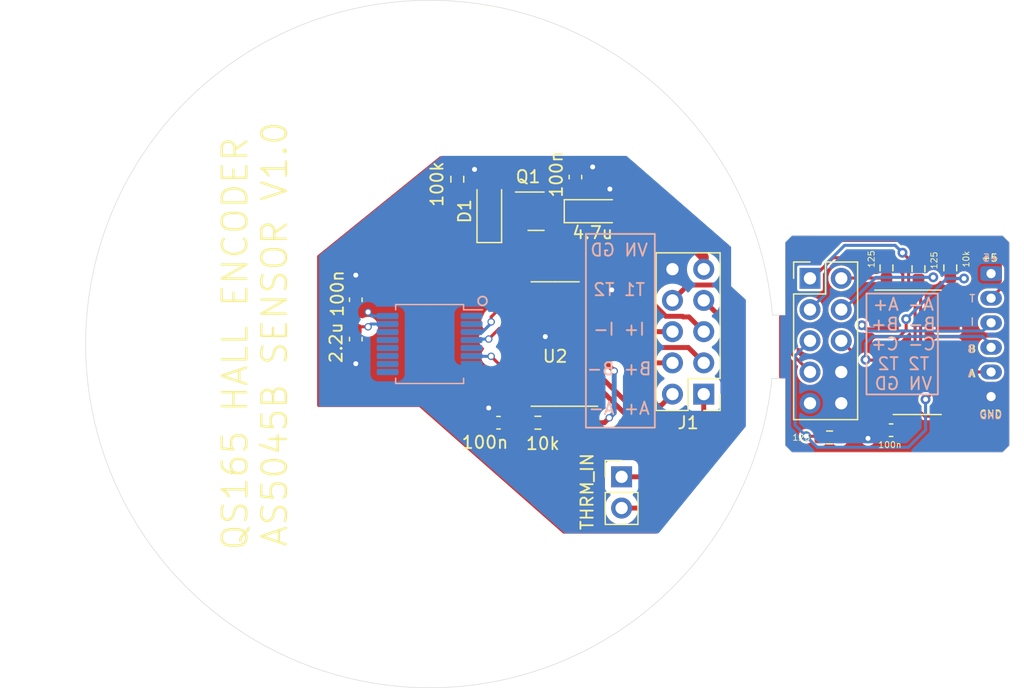
<source format=kicad_pcb>
(kicad_pcb (version 20211014) (generator pcbnew)
  (layers (0 "F.Cu" signal) (31 "B.Cu" signal) (34 "B.Paste" user) (35 "F.Paste" user) (36 "B.SilkS" user "B.Silkscreen") (37 "F.SilkS" user "F.Silkscreen") (38 "B.Mask" user) (39 "F.Mask" user) (44 "Edge.Cuts" user))
  (net 0 "")
  (net 1 "+5V")
  (net 2 "GND")
  (net 3 "_+5")
  (net 4 "VIN")
  (net 5 "Net-(C6-Pad1)")
  (net 6 "Net-(D1-Pad2)")
  (net 7 "Net-(J1-Pad1)")
  (net 8 "Net-(J1-Pad2)")
  (net 9 "Net-(J1-Pad3)")
  (net 10 "Net-(J1-Pad4)")
  (net 11 "Net-(J1-Pad5)")
  (net 12 "Net-(J1-Pad6)")
  (net 13 "Net-(J1-Pad7)")
  (net 14 "Net-(J1-Pad8)")
  (net 15 "Net-(J2-Pad1)")
  (net 16 "Net-(J2-Pad2)")
  (net 17 "Net-(J2-Pad3)")
  (net 18 "Net-(J2-Pad4)")
  (net 19 "Net-(J2-Pad5)")
  (net 20 "Net-(J2-Pad6)")
  (net 21 "TEMP")
  (net 22 "ENC_C")
  (net 23 "ENC_B")
  (net 24 "ENC_A")
  (net 25 "_GND")
  (net 26 "Net-(R2-Pad1)")
  (net 27 "Net-(R6-Pad1)")
  (net 30 "Net-(U1-Pad3)")
  (net 31 "Net-(U1-Pad4)")
  (net 33 "Net-(U1-Pad6)")
  (footprint "Package_SO:SOIC-16_3.9x9.9mm_P1.27mm" (layer "F.Cu") (at 141.225 76.875)
    (fp_text reference "U3" hide)
    (fp_text value "AM26LV32xD")
  )
  (footprint "MountingHole:my_MountingHole_4.3mm_M4" (layer "F.Cu") (at 113.6 96.98461)
    (fp_text reference "REF**" hide)
    (fp_text value "my_MountingHole_4.3mm_M4")
  )
  (footprint "Connector_JST:my_JST_1x06_P2.00mm_Vertical" (layer "F.Cu") (at 147.225 70.475 -90)
    (fp_text reference "J3" hide)
    (fp_text value "Conn_01x06")
  )
  (footprint "Connector_PinHeader_2.54mm:PinHeader_2x05_P2.54mm_Vertical" (layer "F.Cu") (at 123.875 80.275 180)
    (fp_text reference "J1")
    (fp_text value "Conn_01x10_Female")
  )
  (footprint "Capacitor_SMD:C_0603_1608Metric" (layer "F.Cu") (at 113.45 62.625 90)
    (fp_text reference "C4" hide)
    (fp_text value "100n")
  )
  (footprint "Resistor_SMD:R_0603_1608Metric" (layer "F.Cu") (at 141.325 70.075 -90)
    (fp_text reference "R4" hide)
    (fp_text value "125")
  )
  (footprint "Resistor_SMD:R_0603_1608Metric" (layer "F.Cu") (at 143.91 70.01 90)
    (fp_text reference "R6" hide)
    (fp_text value "10k")
  )
  (footprint "Package_SO:SOIC-16_3.9x9.9mm_P1.27mm" (layer "F.Cu") (at 111.8 76.2 180)
    (fp_text reference "U2")
    (fp_text value "AM26LS31CD")
  )
  (footprint "Capacitor_SMD:C_0603_1608Metric" (layer "F.Cu") (at 95.6 72.6 90)
    (fp_text reference "C1" hide)
    (fp_text value "100n")
  )
  (footprint "Connector_PinHeader_2.54mm:PinHeader_1x02_P2.54mm_Vertical" (layer "F.Cu") (at 117.2 87)
    (fp_text reference "J4" hide)
    (fp_text value "THRM_IN")
  )
  (footprint "Resistor_SMD:R_0603_1608Metric" (layer "F.Cu") (at 134.1 83.8)
    (fp_text reference "R5" hide)
    (fp_text value "125")
  )
  (footprint "Package_TO_SOT_SMD:SOT-23" (layer "F.Cu") (at 110.25 65.4)
    (fp_text reference "Q1")
    (fp_text value "Si2319CDS")
  )
  (footprint "Resistor_SMD:R_0603_1608Metric" (layer "F.Cu") (at 110.4 82.6 180)
    (fp_text reference "R2" hide)
    (fp_text value "10k")
  )
  (footprint "Capacitor_SMD:C_0603_1608Metric" (layer "F.Cu") (at 107.2 82.6 180)
    (fp_text reference "C2" hide)
    (fp_text value "100n")
  )
  (footprint "Diode_SMD:D_MiniMELF" (layer "F.Cu") (at 106.45 65.4 90)
    (fp_text reference "D1")
    (fp_text value "BZV55B10")
  )
  (footprint "Connector_PinHeader_2.54mm:PinHeader_2x05_P2.54mm_Vertical" (layer "F.Cu") (at 132.51 70.86)
    (fp_text reference "J2" hide)
    (fp_text value "Conn_01x10_Female")
  )
  (footprint "Resistor_SMD:R_0603_1608Metric" (layer "F.Cu") (at 138.725 70.01 -90)
    (fp_text reference "R3" hide)
    (fp_text value "125")
  )
  (footprint "Capacitor_SMD:C_0603_1608Metric" (layer "F.Cu") (at 95.6 75.8 -90)
    (fp_text reference "C6" hide)
    (fp_text value "2.2u")
  )
  (footprint "Capacitor_SMD:C_0603_1608Metric" (layer "F.Cu") (at 139.1 83.21 180)
    (fp_text reference "C3" hide)
    (fp_text value "100n")
  )
  (footprint "MountingHole:my_MountingHole_4.3mm_M4" (layer "F.Cu") (at 113.6 55.41539)
    (fp_text reference "REF**" hide)
    (fp_text value "my_MountingHole_4.3mm_M4")
  )
  (footprint "MountingHole:my_MountingHole_4.3mm_M4" (layer "F.Cu") (at 77.6 76.2)
    (fp_text reference "REF**" hide)
    (fp_text value "my_MountingHole_4.3mm_M4")
  )
  (footprint "Capacitor_Tantalum_SMD:CP_EIA-3216-18_Kemet-A" (layer "F.Cu") (at 114.85 65.4)
    (fp_text reference "C5" hide)
    (fp_text value "4.7u")
  )
  (footprint "Resistor_SMD:R_0603_1608Metric" (layer "F.Cu") (at 103.85 62.8 90)
    (fp_text reference "R1" hide)
    (fp_text value "100k")
  )
  (footprint "Package_SO:SSOP-16_5.3x6.2mm_P0.65mm" (layer "B.Cu") (at 101.6 76.2 180)
    (fp_text reference "U1" hide)
    (fp_text value "AS5045B")
  )
  (gr_rect (start 114.3 83) (end 119.9 67.25) (layer "B.SilkS") (width 0.15) (fill none))
  (gr_circle (center 105.9 72.7) (end 105.6 72.9) (layer "B.SilkS") (width 0.15) (fill none))
  (gr_rect (start 142.9 72.1) (end 137.1 80.3) (layer "B.SilkS") (width 0.15) (fill none))
  (gr_line (start 77.390244 90.17762) (end 77.918818 91.05519) (layer "Edge.Cuts") (width 0.04))
  (gr_line (start 75.398376 66.455544) (end 75.058778 67.422268) (layer "Edge.Cuts") (width 0.04))
  (gr_line (start 111.481362 50.049684) (end 110.516416 49.705006) (layer "Edge.Cuts") (width 0.04))
  (gr_line (start 76.18222 64.56299) (end 75.773026 65.502028) (layer "Edge.Cuts") (width 0.04))
  (gr_line (start 89.170256 101.239574) (end 90.096086 101.678232) (layer "Edge.Cuts") (width 0.04))
  (gr_line (start 82.463386 96.57842) (end 83.2231 97.265744) (layer "Edge.Cuts") (width 0.04))
  (gr_line (start 83.2231 97.265744) (end 84.007452 97.925128) (layer "Edge.Cuts") (width 0.04))
  (gr_line (start 99.40671 48.33112) (end 98.3869 48.43018) (layer "Edge.Cuts") (width 0.04))
  (gr_line (start 108.126022 103.382572) (end 109.117638 103.12527) (layer "Edge.Cuts") (width 0.04))
  (gr_line (start 94.931738 103.348028) (end 95.930974 103.574088) (layer "Edge.Cuts") (width 0.04))
  (gr_line (start 128.04775 67.1449) (end 127.698246 66.181732) (layer "Edge.Cuts") (width 0.04))
  (gr_line (start 108.552234 49.123346) (end 107.555284 48.886618) (layer "Edge.Cuts") (width 0.04))
  (gr_line (start 88.64854 51.42611) (end 87.74938 51.917346) (layer "Edge.Cuts") (width 0.04))
  (gr_line (start 117.433852 99.238562) (end 118.26748 98.642678) (layer "Edge.Cuts") (width 0.04))
  (gr_line (start 119.86641 97.361756) (end 120.62968 96.678242) (layer "Edge.Cuts") (width 0.04))
  (gr_line (start 130.495415 67.935908) (end 130.495415 73.843645) (layer "Edge.Cuts") (width 0.04))
  (gr_line (start 105.538778 48.523906) (end 104.522016 48.398176) (layer "Edge.Cuts") (width 0.04))
  (gr_line (start 91.03741 102.0826) (end 91.992958 102.452424) (layer "Edge.Cuts") (width 0.04))
  (gr_line (start 96.938084 103.763572) (end 97.951036 103.915972) (layer "Edge.Cuts") (width 0.04))
  (gr_line (start 102.039166 104.151684) (end 103.06304 104.116632) (layer "Edge.Cuts") (width 0.04))
  (gr_line (start 113.370106 50.843688) (end 112.4331 50.429414) (layer "Edge.Cuts") (width 0.04))
  (gr_line (start 117.79377 53.413152) (end 116.94795 52.835048) (layer "Edge.Cuts") (width 0.04))
  (gr_line (start 123.045982 58.268362) (end 122.37466 57.494424) (layer "Edge.Cuts") (width 0.04))
  (gr_line (start 85.645752 99.15525) (end 86.497668 99.724464) (layer "Edge.Cuts") (width 0.04))
  (gr_line (start 85.168486 53.58384) (end 84.35086 54.201314) (layer "Edge.Cuts") (width 0.04))
  (gr_line (start 104.085136 104.044242) (end 105.103676 103.934514) (layer "Edge.Cuts") (width 0.04))
  (gr_line (start 77.102716 62.732666) (end 76.625704 63.639192) (layer "Edge.Cuts") (width 0.04))
  (gr_line (start 96.361758 48.74006) (end 95.358966 48.950626) (layer "Edge.Cuts") (width 0.04))
  (gr_line (start 106.55046 48.68672) (end 105.538778 48.523906) (layer "Edge.Cuts") (width 0.04))
  (gr_line (start 73.654666 75.468226) (end 73.646538 76.492862) (layer "Edge.Cuts") (width 0.04))
  (gr_line (start 131.04241 67.388913) (end 130.495415 67.935908) (layer "Edge.Cuts") (width 0.04))
  (gr_line (start 120.62968 96.678242) (end 121.367296 95.967296) (layer "Edge.Cuts") (width 0.04))
  (gr_line (start 91.992958 102.452424) (end 92.96146 102.786688) (layer "Edge.Cuts") (width 0.04))
  (gr_line (start 112.026954 102.137718) (end 112.97031 101.738176) (layer "Edge.Cuts") (width 0.04))
  (gr_line (start 127.902208 85.669374) (end 128.231646 84.699348) (layer "Edge.Cuts") (width 0.04))
  (gr_line (start 114.291364 51.291998) (end 113.370106 50.843688) (layer "Edge.Cuts") (width 0.04))
  (gr_circle (center 113.6 96.98461) (end 114 96.98461) (layer "Edge.Cuts") (width 0.1) (fill none))
  (gr_line (start 77.612748 61.84392) (end 77.102716 62.732666) (layer "Edge.Cuts") (width 0.04))
  (gr_line (start 122.078242 95.22968) (end 122.761756 94.46641) (layer "Edge.Cuts") (width 0.04))
  (gr_line (start 74.383646 82.583528) (end 74.635868 83.576668) (layer "Edge.Cuts") (width 0.04))
  (gr_line (start 95.358966 48.950626) (end 94.36481 49.197514) (layer "Edge.Cuts") (width 0.04))
  (gr_line (start 120.948958 56.023256) (end 120.19661 55.327804) (layer "Edge.Cuts") (width 0.04))
  (gr_line (start 129.086864 71.105522) (end 128.881886 70.101714) (layer "Edge.Cuts") (width 0.04))
  (gr_line (start 103.06304 104.116632) (end 104.085136 104.044242) (layer "Edge.Cuts") (width 0.04))
  (gr_line (start 79.691738 93.564202) (end 80.34274 94.355412) (layer "Edge.Cuts") (width 0.04))
  (gr_line (start 73.676002 77.516736) (end 73.743058 78.53934) (layer "Edge.Cuts") (width 0.04))
  (gr_line (start 125.95479 62.476888) (end 125.435614 61.593476) (layer "Edge.Cuts") (width 0.04))
  (gr_line (start 73.903586 72.406002) (end 73.78319 73.423526) (layer "Edge.Cuts") (width 0.04))
  (gr_line (start 127.31369 65.23228) (end 126.894336 64.297306) (layer "Edge.Cuts") (width 0.04))
  (gr_line (start 126.23673 89.410032) (end 126.704344 88.498426) (layer "Edge.Cuts") (width 0.04))
  (gr_line (start 90.096086 101.678232) (end 91.03741 102.0826) (layer "Edge.Cuts") (width 0.04))
  (gr_line (start 130.495415 73.843645) (end 129.4516 73.843645) (layer "Edge.Cuts") (width 0.04))
  (gr_line (start 148.716827 84.455613) (end 148.716827 67.935908) (layer "Edge.Cuts") (width 0.04))
  (gr_line (start 84.815172 98.555302) (end 85.645752 99.15525) (layer "Edge.Cuts") (width 0.04))
  (gr_line (start 74.754994 68.400676) (end 74.487278 69.389752) (layer "Edge.Cuts") (width 0.04))
  (gr_line (start 125.203204 91.179142) (end 125.73635 90.304112) (layer "Edge.Cuts") (width 0.04))
  (gr_line (start 122.761756 94.46641) (end 123.416822 93.678756) (layer "Edge.Cuts") (width 0.04))
  (gr_line (start 130.495415 79.008907) (end 130.495415 84.455613) (layer "Edge.Cuts") (width 0.04))
  (gr_line (start 126.4412 63.378334) (end 125.95479 62.476888) (layer "Edge.Cuts") (width 0.04))
  (gr_line (start 92.96146 102.786688) (end 93.941392 103.085392) (layer "Edge.Cuts") (width 0.04))
  (gr_line (start 109.539532 49.396142) (end 108.552234 49.123346) (layer "Edge.Cuts") (width 0.04))
  (gr_line (start 101.01453 104.14889) (end 102.039166 104.151684) (layer "Edge.Cuts") (width 0.04))
  (gr_line (start 84.007452 97.925128) (end 84.815172 98.555302) (layer "Edge.Cuts") (width 0.04))
  (gr_line (start 121.367296 95.967296) (end 122.078242 95.22968) (layer "Edge.Cuts") (width 0.04))
  (gr_line (start 93.380052 49.480724) (end 92.40647 49.800002) (layer "Edge.Cuts") (width 0.04))
  (gr_line (start 76.625704 63.639192) (end 76.18222 64.56299) (layer "Edge.Cuts") (width 0.04))
  (gr_line (start 106.117644 103.787448) (end 107.125516 103.603552) (layer "Edge.Cuts") (width 0.04))
  (gr_line (start 75.773026 65.502028) (end 75.398376 66.455544) (layer "Edge.Cuts") (width 0.04))
  (gr_line (start 128.231646 84.699348) (end 128.52527 83.717638) (layer "Edge.Cuts") (width 0.04))
  (gr_line (start 79.967328 58.493914) (end 79.33309 59.298332) (layer "Edge.Cuts") (width 0.04))
  (gr_line (start 129.386076 73.132442) (end 129.255012 72.116188) (layer "Edge.Cuts") (width 0.04))
  (gr_line (start 74.168 81.582006) (end 74.383646 82.583528) (layer "Edge.Cuts") (width 0.04))
  (gr_line (start 95.930974 103.574088) (end 96.938084 103.763572) (layer "Edge.Cuts") (width 0.04))
  (gr_line (start 73.743058 78.53934) (end 73.847452 79.558388) (layer "Edge.Cuts") (width 0.04))
  (gr_line (start 129.409362 79.008907) (end 130.495415 79.008907) (layer "Edge.Cuts") (width 0.04))
  (gr_line (start 78.155038 60.974732) (end 77.612748 61.84392) (layer "Edge.Cuts") (width 0.04))
  (gr_line (start 90.49766 50.544222) (end 89.564972 50.968148) (layer "Edge.Cuts") (width 0.04))
  (gr_line (start 76.002642 87.436452) (end 76.431648 88.366854) (layer "Edge.Cuts") (width 0.04))
  (gr_line (start 119.078756 98.016822) (end 119.86641 97.361756) (layer "Edge.Cuts") (width 0.04))
  (gr_line (start 127.537718 86.626954) (end 127.902208 85.669374) (layer "Edge.Cuts") (width 0.04))
  (gr_line (start 123.416822 93.678756) (end 124.042678 92.86748) (layer "Edge.Cuts") (width 0.04))
  (gr_line (start 98.3869 48.43018) (end 97.371408 48.566578) (layer "Edge.Cuts") (width 0.04))
  (gr_line (start 129.255012 72.116188) (end 129.086864 71.105522) (layer "Edge.Cuts") (width 0.04))
  (gr_line (start 86.869016 52.441348) (end 86.00821 52.9971) (layer "Edge.Cuts") (width 0.04))
  (gr_line (start 128.782572 82.726022) (end 129.003552 81.725516) (layer "Edge.Cuts") (width 0.04))
  (gr_line (start 87.74938 51.917346) (end 86.869016 52.441348) (layer "Edge.Cuts") (width 0.04))
  (gr_line (start 75.248516 85.531452) (end 75.60818 86.49081) (layer "Edge.Cuts") (width 0.04))
  (gr_line (start 148.716827 67.935908) (end 148.169832 67.388913) (layer "Edge.Cuts") (width 0.04))
  (gr_line (start 73.78319 73.423526) (end 73.700132 74.444606) (layer "Edge.Cuts") (width 0.04))
  (gr_line (start 81.022444 95.121984) (end 81.72958 95.86341) (layer "Edge.Cuts") (width 0.04))
  (gr_line (start 128.52527 83.717638) (end 128.782572 82.726022) (layer "Edge.Cuts") (width 0.04))
  (gr_line (start 114.810032 100.83673) (end 115.704112 100.33635) (layer "Edge.Cuts") (width 0.04))
  (gr_line (start 124.042678 92.86748) (end 124.638562 92.033852) (layer "Edge.Cuts") (width 0.04))
  (gr_line (start 118.26748 98.642678) (end 119.078756 98.016822) (layer "Edge.Cuts") (width 0.04))
  (gr_line (start 128.361948 68.120006) (end 128.04775 67.1449) (layer "Edge.Cuts") (width 0.04))
  (gr_line (start 86.00821 52.9971) (end 85.168486 53.58384) (layer "Edge.Cuts") (width 0.04))
  (gr_line (start 125.73635 90.304112) (end 126.23673 89.410032) (layer "Edge.Cuts") (width 0.04))
  (gr_line (start 127.138176 87.57031) (end 127.537718 86.626954) (layer "Edge.Cuts") (width 0.04))
  (gr_line (start 76.431648 88.366854) (end 76.894436 89.281) (layer "Edge.Cuts") (width 0.04))
  (gr_line (start 78.478888 91.912948) (end 79.0702 92.749624) (layer "Edge.Cuts") (width 0.04))
  (gr_line (start 118.618 54.021736) (end 117.79377 53.413152) (layer "Edge.Cuts") (width 0.04))
  (gr_line (start 104.522016 48.398176) (end 103.501444 48.309784) (layer "Edge.Cuts") (width 0.04))
  (gr_line (start 80.34274 94.355412) (end 81.022444 95.121984) (layer "Edge.Cuts") (width 0.04))
  (gr_line (start 78.72857 60.12561) (end 78.155038 60.974732) (layer "Edge.Cuts") (width 0.04))
  (gr_line (start 87.36965 100.261928) (end 88.260936 100.767388) (layer "Edge.Cuts") (width 0.04))
  (gr_line (start 130.495415 84.455613) (end 131.04241 85.002608) (layer "Edge.Cuts") (width 0.04))
  (gr_line (start 82.785966 55.523638) (end 82.040984 56.226964) (layer "Edge.Cuts") (width 0.04))
  (gr_line (start 81.72958 95.86341) (end 82.463386 96.57842) (layer "Edge.Cuts") (width 0.04))
  (gr_line (start 111.069374 102.502208) (end 112.026954 102.137718) (layer "Edge.Cuts") (width 0.04))
  (gr_line (start 129.334514 79.703676) (end 129.409362 79.008907) (layer "Edge.Cuts") (width 0.04))
  (gr_line (start 74.635868 83.576668) (end 74.924158 84.559648) (layer "Edge.Cuts") (width 0.04))
  (gr_line (start 126.704344 88.498426) (end 127.138176 87.57031) (layer "Edge.Cuts") (width 0.04))
  (gr_line (start 83.556348 54.847998) (end 82.785966 55.523638) (layer "Edge.Cuts") (width 0.04))
  (gr_line (start 123.688856 59.066176) (end 123.045982 58.268362) (layer "Edge.Cuts") (width 0.04))
  (gr_line (start 92.40647 49.800002) (end 91.445334 50.154586) (layer "Edge.Cuts") (width 0.04))
  (gr_line (start 124.884434 60.729876) (end 124.301758 59.887104) (layer "Edge.Cuts") (width 0.04))
  (gr_line (start 110.099348 102.831646) (end 111.069374 102.502208) (layer "Edge.Cuts") (width 0.04))
  (gr_line (start 99.99091 104.108758) (end 101.01453 104.14889) (layer "Edge.Cuts") (width 0.04))
  (gr_line (start 91.445334 50.154586) (end 90.49766 50.544222) (layer "Edge.Cuts") (width 0.04))
  (gr_line (start 116.081556 52.288186) (end 115.195604 51.773582) (layer "Edge.Cuts") (width 0.04))
  (gr_circle (center 77.6 76.2) (end 78 76.2) (layer "Edge.Cuts") (width 0.1) (fill none))
  (gr_line (start 77.918818 91.05519) (end 78.478888 91.912948) (layer "Edge.Cuts") (width 0.04))
  (gr_circle (center 113.6 55.41539) (end 114 55.41539) (layer "Edge.Cuts") (width 0.1) (fill none))
  (gr_line (start 89.564972 50.968148) (end 88.64854 51.42611) (layer "Edge.Cuts") (width 0.04))
  (gr_line (start 127.698246 66.181732) (end 127.31369 65.23228) (layer "Edge.Cuts") (width 0.04))
  (gr_line (start 73.847452 79.558388) (end 73.989184 80.573118) (layer "Edge.Cuts") (width 0.04))
  (gr_line (start 100.429314 48.269398) (end 99.40671 48.33112) (layer "Edge.Cuts") (width 0.04))
  (gr_line (start 75.60818 86.49081) (end 76.002642 87.436452) (layer "Edge.Cuts") (width 0.04))
  (gr_line (start 88.260936 100.767388) (end 89.170256 101.239574) (layer "Edge.Cuts") (width 0.04))
  (gr_line (start 124.301758 59.887104) (end 123.688856 59.066176) (layer "Edge.Cuts") (width 0.04))
  (gr_line (start 148.169832 85.002608) (end 148.716827 84.455613) (layer "Edge.Cuts") (width 0.04))
  (gr_line (start 93.941392 103.085392) (end 94.931738 103.348028) (layer "Edge.Cuts") (width 0.04))
  (gr_line (start 125.435614 61.593476) (end 124.884434 60.729876) (layer "Edge.Cuts") (width 0.04))
  (gr_line (start 110.516416 49.705006) (end 109.539532 49.396142) (layer "Edge.Cuts") (width 0.04))
  (gr_line (start 107.125516 103.603552) (end 108.126022 103.382572) (layer "Edge.Cuts") (width 0.04))
  (gr_line (start 105.103676 103.934514) (end 106.117644 103.787448) (layer "Edge.Cuts") (width 0.04))
  (gr_line (start 112.97031 101.738176) (end 113.898426 101.304344) (layer "Edge.Cuts") (width 0.04))
  (gr_line (start 124.638562 92.033852) (end 125.203204 91.179142) (layer "Edge.Cuts") (width 0.04))
  (gr_line (start 74.06132 71.393812) (end 73.903586 72.406002) (layer "Edge.Cuts") (width 0.04))
  (gr_line (start 94.36481 49.197514) (end 93.380052 49.480724) (layer "Edge.Cuts") (width 0.04))
  (gr_line (start 81.322164 56.95696) (end 80.630522 57.713118) (layer "Edge.Cuts") (width 0.04))
  (gr_line (start 79.33309 59.298332) (end 78.72857 60.12561) (layer "Edge.Cuts") (width 0.04))
  (gr_line (start 148.169832 67.388913) (end 131.04241 67.388913) (layer "Edge.Cuts") (width 0.04))
  (gr_line (start 74.924158 84.559648) (end 75.248516 85.531452) (layer "Edge.Cuts") (width 0.04))
  (gr_line (start 79.0702 92.749624) (end 79.691738 93.564202) (layer "Edge.Cuts") (width 0.04))
  (gr_line (start 128.640078 69.106288) (end 128.361948 68.120006) (layer "Edge.Cuts") (width 0.04))
  (gr_line (start 103.501444 48.309784) (end 102.478078 48.25873) (layer "Edge.Cuts") (width 0.04))
  (gr_line (start 73.646538 76.492862) (end 73.676002 77.516736) (layer "Edge.Cuts") (width 0.04))
  (gr_line (start 80.630522 57.713118) (end 79.967328 58.493914) (layer "Edge.Cuts") (width 0.04))
  (gr_line (start 113.898426 101.304344) (end 114.810032 100.83673) (layer "Edge.Cuts") (width 0.04))
  (gr_line (start 122.37466 57.494424) (end 121.675144 56.745632) (layer "Edge.Cuts") (width 0.04))
  (gr_line (start 82.040984 56.226964) (end 81.322164 56.95696) (layer "Edge.Cuts") (width 0.04))
  (gr_line (start 121.675144 56.745632) (end 120.948958 56.023256) (layer "Edge.Cuts") (width 0.04))
  (gr_line (start 129.187448 80.717644) (end 129.334514 79.703676) (layer "Edge.Cuts") (width 0.04))
  (gr_line (start 74.255884 70.387718) (end 74.06132 71.393812) (layer "Edge.Cuts") (width 0.04))
  (gr_line (start 74.487278 69.389752) (end 74.255884 70.387718) (layer "Edge.Cuts") (width 0.04))
  (gr_line (start 129.4516 73.843645) (end 129.386076 73.132442) (layer "Edge.Cuts") (width 0.04))
  (gr_line (start 129.003552 81.725516) (end 129.187448 80.717644) (layer "Edge.Cuts") (width 0.04))
  (gr_line (start 131.04241 85.002608) (end 148.169832 85.002608) (layer "Edge.Cuts") (width 0.04))
  (gr_line (start 84.35086 54.201314) (end 83.556348 54.847998) (layer "Edge.Cuts") (width 0.04))
  (gr_line (start 86.497668 99.724464) (end 87.36965 100.261928) (layer "Edge.Cuts") (width 0.04))
  (gr_line (start 101.453696 48.245268) (end 100.429314 48.269398) (layer "Edge.Cuts") (width 0.04))
  (gr_line (start 73.989184 80.573118) (end 74.168 81.582006) (layer "Edge.Cuts") (width 0.04))
  (gr_line (start 120.19661 55.327804) (end 119.419116 54.660292) (layer "Edge.Cuts") (width 0.04))
  (gr_line (start 76.894436 89.281) (end 77.390244 90.17762) (layer "Edge.Cuts") (width 0.04))
  (gr_line (start 102.478078 48.25873) (end 101.453696 48.245268) (layer "Edge.Cuts") (width 0.04))
  (gr_line (start 97.951036 103.915972) (end 98.969322 104.031034) (layer "Edge.Cuts") (width 0.04))
  (gr_line (start 112.4331 50.429414) (end 111.481362 50.049684) (layer "Edge.Cuts") (width 0.04))
  (gr_line (start 107.555284 48.886618) (end 106.55046 48.68672) (layer "Edge.Cuts") (width 0.04))
  (gr_line (start 73.700132 74.444606) (end 73.654666 75.468226) (layer "Edge.Cuts") (width 0.04))
  (gr_line (start 109.117638 103.12527) (end 110.099348 102.831646) (layer "Edge.Cuts") (width 0.04))
  (gr_line (start 116.94795 52.835048) (end 116.081556 52.288186) (layer "Edge.Cuts") (width 0.04))
  (gr_line (start 115.195604 51.773582) (end 114.291364 51.291998) (layer "Edge.Cuts") (width 0.04))
  (gr_line (start 97.371408 48.566578) (end 96.361758 48.74006) (layer "Edge.Cuts") (width 0.04))
  (gr_line (start 116.579142 99.803204) (end 117.433852 99.238562) (layer "Edge.Cuts") (width 0.04))
  (gr_line (start 115.704112 100.33635) (end 116.579142 99.803204) (layer "Edge.Cuts") (width 0.04))
  (gr_line (start 119.419116 54.660292) (end 118.618 54.021736) (layer "Edge.Cuts") (width 0.04))
  (gr_line (start 128.881886 70.101714) (end 128.640078 69.106288) (layer "Edge.Cuts") (width 0.04))
  (gr_line (start 126.894336 64.297306) (end 126.4412 63.378334) (layer "Edge.Cuts") (width 0.04))
  (gr_line (start 98.969322 104.031034) (end 99.99091 104.108758) (layer "Edge.Cuts") (width 0.04))
  (gr_line (start 75.058778 67.422268) (end 74.754994 68.400676) (layer "Edge.Cuts") (width 0.04))
  (gr_text "A" (at 145.6 78.6) (layer "B.SilkS") (effects (font (size 0.6 0.6) (thickness 0.1))))
  (gr_text "T" (at 145.7 72.5) (layer "B.SilkS") (effects (font (size 0.6 0.6) (thickness 0.1))))
  (gr_text "B" (at 145.6 76.6) (layer "B.SilkS") (effects (font (size 0.6 0.6) (thickness 0.1)) (justify mirror)))
  (gr_text "GND\n" (at 147.2 82) (layer "B.SilkS") (effects (font (size 0.6 0.6) (thickness 0.1)) (justify mirror)))
  (gr_text "I" (at 145.7 74.4) (layer "B.SilkS") (effects (font (size 0.6 0.6) (thickness 0.1))))
  (gr_text "A- A+\nB- B+\nC- C+\nT2 T2\nVN GD" (at 140.1 76.2) (layer "B.SilkS") (effects (font (size 1 1)) (justify mirror)))
  (gr_text "VN GD\n\nT1 T2\n\nI+ I-\n\nB+ B-\n\nA+ A-" (at 117 75) (layer "B.SilkS") (effects (font (size 1 1)) (justify mirror)))
  (gr_text "+5\n" (at 147.2 69.2) (layer "B.SilkS") (effects (font (size 0.6 0.6) (thickness 0.1)) (justify mirror)))
  (gr_text "A" (at 145.7 78.6) (layer "F.SilkS") (effects (font (size 0.6 0.6) (thickness 0.1))))
  (gr_text "+5\n" (at 147.1 69.2) (layer "F.SilkS") (effects (font (size 0.6 0.6) (thickness 0.1))))
  (gr_text "I" (at 145.7 74.4) (layer "F.SilkS") (effects (font (size 0.6 0.6) (thickness 0.1))))
  (gr_text "GND\n" (at 147.2 81.9) (layer "F.SilkS") (effects (font (size 0.6 0.6) (thickness 0.1))))
  (gr_text "QS165 HALL ENCODER \nAS5045B SENSOR V1.0" (at 87.4 75.4 90) (layer "F.SilkS") (effects (font (size 2 2) (thickness 0.2))))
  (gr_text "T" (at 145.7 72.5) (layer "F.SilkS") (effects (font (size 0.6 0.6) (thickness 0.1))))
  (gr_text "B" (at 145.7 76.6) (layer "F.SilkS") (effects (font (size 0.6 0.6) (thickness 0.1))))
  (segment (start 96.6 73.6) (end 95.825 73.6) (width 0.25) (layer "F.Cu") (net 1))
  (segment (start 109.575 80.895) (end 109.325 80.645) (width 0.4) (layer "F.Cu") (net 1))
  (segment (start 95.825 73.6) (end 95.6 73.375) (width 0.25) (layer "F.Cu") (net 1))
  (segment (start 109.575 82.6) (end 109.575 80.895) (width 0.4) (layer "F.Cu") (net 1))
  (segment (start 109.575 82.6) (end 107.975 82.6) (width 0.4) (layer "F.Cu") (net 1))
  (segment (start 108.5125 67.15) (end 109.3125 66.35) (width 0.8) (layer "F.Cu") (net 1))
  (segment (start 106.45 67.15) (end 108.5125 67.15) (width 0.8) (layer "F.Cu") (net 1))
  (via (at 96.6 73.6) (size 0.6) (drill 0.4) (layers "F.Cu" "B.Cu") (net 1))
  (segment (start 98.1875 73.925) (end 96.925 73.925) (width 0.25) (layer "B.Cu") (net 1))
  (segment (start 96.925 73.925) (end 96.6 73.6) (width 0.25) (layer "B.Cu") (net 1))
  (segment (start 110.965 75.565) (end 111 75.6) (width 0.4) (layer "F.Cu") (net 2))
  (segment (start 105.225 61.975) (end 105.25 62) (width 0.8) (layer "F.Cu") (net 2))
  (segment (start 116.2 63.65) (end 116.25 63.6) (width 0.8) (layer "F.Cu") (net 2))
  (segment (start 116.2 65.4) (end 116.2 63.65) (width 0.8) (layer "F.Cu") (net 2))
  (segment (start 106.425 82.6) (end 106.425 81.425) (width 0.4) (layer "F.Cu") (net 2))
  (segment (start 116.355 71.755) (end 116.4 71.8) (width 0.4) (layer "F.Cu") (net 2))
  (segment (start 113.45 61.85) (end 114.8 61.85) (width 0.8) (layer "F.Cu") (net 2))
  (segment (start 103.85 61.975) (end 105.225 61.975) (width 0.8) (layer "F.Cu") (net 2))
  (segment (start 114.275 71.755) (end 116.355 71.755) (width 0.4) (layer "F.Cu") (net 2))
  (segment (start 109.325 75.565) (end 110.965 75.565) (width 0.4) (layer "F.Cu") (net 2))
  (segment (start 106.425 81.425) (end 106.4 81.4) (width 0.4) (layer "F.Cu") (net 2))
  (segment (start 95.6 76.575) (end 95.6 77.8) (width 0.4) (layer "F.Cu") (net 2))
  (segment (start 95.6 71.825) (end 95.6 70.6) (width 0.4) (layer "F.Cu") (net 2))
  (segment (start 114.8 61.85) (end 114.85 61.8) (width 0.8) (layer "F.Cu") (net 2))
  (via (at 114.85 61.8) (size 0.8) (drill 0.4) (layers "F.Cu" "B.Cu") (net 2))
  (via (at 95.6 77.8) (size 0.6) (drill 0.4) (layers "F.Cu" "B.Cu") (net 2))
  (via (at 106.4 81.4) (size 0.6) (drill 0.4) (layers "F.Cu" "B.Cu") (net 2))
  (via (at 105.25 62) (size 0.8) (drill 0.4) (layers "F.Cu" "B.Cu") (net 2))
  (via (at 116.25 63.6) (size 0.8) (drill 0.4) (layers "F.Cu" "B.Cu") (net 2))
  (via (at 116.4 71.8) (size 0.6) (drill 0.4) (layers "F.Cu" "B.Cu") (net 2))
  (via (at 111 75.6) (size 0.6) (drill 0.4) (layers "F.Cu" "B.Cu") (net 2))
  (via (at 95.6 70.6) (size 0.6) (drill 0.4) (layers "F.Cu" "B.Cu") (net 2))
  (segment (start 139.875 83.21) (end 139.875 83.425) (width 0.25) (layer "F.Cu") (net 3))
  (segment (start 113.5 65.4) (end 111.1875 65.4) (width 0.8) (layer "F.Cu") (net 4))
  (segment (start 123.875 70.115) (end 123.875 69.125) (width 0.8) (layer "F.Cu") (net 4))
  (segment (start 115 68) (end 122.75 68) (width 0.8) (layer "F.Cu") (net 4))
  (segment (start 113.5 63.45) (end 113.45 63.4) (width 0.8) (layer "F.Cu") (net 4))
  (segment (start 113.5 65.4) (end 113.5 63.45) (width 0.8) (layer "F.Cu") (net 4))
  (segment (start 122.75 68) (end 123.875 69.125) (width 0.8) (layer "F.Cu") (net 4))
  (segment (start 113.5 65.4) (end 113.5 66.5) (width 0.8) (layer "F.Cu") (net 4))
  (segment (start 113.5 66.5) (end 115 68) (width 0.8) (layer "F.Cu") (net 4))
  (segment (start 96.6 74.8) (end 95.825 74.8) (width 0.25) (layer "F.Cu") (net 5))
  (segment (start 95.825 74.8) (end 95.6 75.025) (width 0.25) (layer "F.Cu") (net 5))
  (via (at 96.6 74.8) (size 0.6) (drill 0.4) (layers "F.Cu" "B.Cu") (net 5))
  (segment (start 98.1875 74.575) (end 96.825 74.575) (width 0.25) (layer "B.Cu") (net 5))
  (segment (start 96.825 74.575) (end 96.6 74.8) (width 0.25) (layer "B.Cu") (net 5))
  (segment (start 106.45 63.65) (end 103.875 63.65) (width 0.8) (layer "F.Cu") (net 6))
  (segment (start 107.25 64.45) (end 106.45 63.65) (width 0.8) (layer "F.Cu") (net 6))
  (segment (start 109.3125 64.45) (end 107.25 64.45) (width 0.8) (layer "F.Cu") (net 6))
  (segment (start 103.875 63.65) (end 103.85 63.625) (width 0.8) (layer "F.Cu") (net 6))
  (segment (start 123.2 82.6) (end 123.875 81.925) (width 0.4) (layer "F.Cu") (net 7))
  (segment (start 123.875 81.925) (end 123.875 80.275) (width 0.4) (layer "F.Cu") (net 7))
  (segment (start 114.975 79.375) (end 118.2 82.6) (width 0.4) (layer "F.Cu") (net 7))
  (segment (start 114.275 79.375) (end 114.975 79.375) (width 0.4) (layer "F.Cu") (net 7))
  (segment (start 118.2 82.6) (end 123.2 82.6) (width 0.4) (layer "F.Cu") (net 7))
  (segment (start 117.852817 81.2) (end 120.41 81.2) (width 0.4) (layer "F.Cu") (net 8))
  (segment (start 114.757817 78.105) (end 117.852817 81.2) (width 0.4) (layer "F.Cu") (net 8))
  (segment (start 120.41 81.2) (end 121.335 80.275) (width 0.4) (layer "F.Cu") (net 8))
  (segment (start 114.275 78.105) (end 114.757817 78.105) (width 0.4) (layer "F.Cu") (net 8))
  (segment (start 123.875 77.735) (end 122.625 76.485) (width 0.4) (layer "F.Cu") (net 9))
  (segment (start 122.625 76.485) (end 117.333528 76.485) (width 0.4) (layer "F.Cu") (net 9))
  (segment (start 117.333528 76.485) (end 115.143528 74.295) (width 0.4) (layer "F.Cu") (net 9))
  (segment (start 115.143528 74.295) (end 114.275 74.295) (width 0.4) (layer "F.Cu") (net 9))
  (segment (start 121.335 77.735) (end 117.735 77.735) (width 0.4) (layer "F.Cu") (net 10))
  (segment (start 115.565 75.565) (end 114.275 75.565) (width 0.4) (layer "F.Cu") (net 10))
  (segment (start 117.735 77.735) (end 115.565 75.565) (width 0.4) (layer "F.Cu") (net 10))
  (segment (start 122.145 73.945) (end 120.793528 73.945) (width 0.4) (layer "F.Cu") (net 11))
  (segment (start 123.875 75.195) (end 122.68 74) (width 0.4) (layer "F.Cu") (net 11))
  (segment (start 120.793528 73.945) (end 117.248528 70.4) (width 0.4) (layer "F.Cu") (net 11))
  (segment (start 122.2 74) (end 122.145 73.945) (width 0.4) (layer "F.Cu") (net 11))
  (segment (start 113.028655 70.4) (end 110.403655 73.025) (width 0.4) (layer "F.Cu") (net 11))
  (segment (start 122.68 74) (end 122.2 74) (width 0.4) (layer "F.Cu") (net 11))
  (segment (start 117.248528 70.4) (end 113.028655 70.4) (width 0.4) (layer "F.Cu") (net 11))
  (segment (start 110.403655 73.025) (end 109.325 73.025) (width 0.4) (layer "F.Cu") (net 11))
  (segment (start 118.4 74.4) (end 119.195 75.195) (width 0.4) (layer "F.Cu") (net 12))
  (segment (start 109.325 74.295) (end 109.982183 74.295) (width 0.4) (layer "F.Cu") (net 12))
  (segment (start 109.982183 74.295) (end 113.277183 71) (width 0.4) (layer "F.Cu") (net 12))
  (segment (start 113.277183 71) (end 117 71) (width 0.4) (layer "F.Cu") (net 12))
  (segment (start 117 71) (end 118.4 72.4) (width 0.4) (layer "F.Cu") (net 12))
  (segment (start 119.195 75.195) (end 121.335 75.195) (width 0.4) (layer "F.Cu") (net 12))
  (segment (start 118.4 72.4) (end 118.4 74.4) (width 0.4) (layer "F.Cu") (net 12))
  (segment (start 126 81.6) (end 120.6 87) (width 0.4) (layer "F.Cu") (net 13))
  (segment (start 120.6 87) (end 117.2 87) (width 0.4) (layer "F.Cu") (net 13))
  (segment (start 123.875 72.655) (end 126 74.78) (width 0.4) (layer "F.Cu") (net 13))
  (segment (start 126 74.78) (end 126 81.6) (width 0.4) (layer "F.Cu") (net 13))
  (segment (start 122.59 71.4) (end 121.335 72.655) (width 0.4) (layer "F.Cu") (net 14))
  (segment (start 126.6 81.848528) (end 126.6 73) (width 0.4) (layer "F.Cu") (net 14))
  (segment (start 118.908528 89.54) (end 126.6 81.848528) (width 0.4) (layer "F.Cu") (net 14))
  (segment (start 126.6 73) (end 125 71.4) (width 0.4) (layer "F.Cu") (net 14))
  (segment (start 125 71.4) (end 122.59 71.4) (width 0.4) (layer "F.Cu") (net 14))
  (segment (start 117.2 89.54) (end 118.908528 89.54) (width 0.4) (layer "F.Cu") (net 14))
  (segment (start 138.75 73.7) (end 139.126751 73.7) (width 0.25) (layer "F.Cu") (net 15))
  (segment (start 140.05 72.776751) (end 140.05 70.51) (width 0.25) (layer "F.Cu") (net 15))
  (segment (start 139.126751 73.7) (end 140.05 72.776751) (width 0.25) (layer "F.Cu") (net 15))
  (segment (start 134.385 69.185) (end 132.735 70.835) (width 0.25) (layer "F.Cu") (net 15))
  (segment (start 140.05 70.51) (end 138.725 69.185) (width 0.25) (layer "F.Cu") (net 15))
  (segment (start 138.725 69.185) (end 134.385 69.185) (width 0.25) (layer "F.Cu") (net 15))
  (segment (start 135.275 70.835) (end 138.725 70.835) (width 0.25) (layer "F.Cu") (net 16))
  (segment (start 138.725 70.835) (end 138.725 72.405) (width 0.25) (layer "F.Cu") (net 16))
  (segment (start 138.725 72.405) (end 138.75 72.43) (width 0.25) (layer "F.Cu") (net 16))
  (segment (start 140.525 70.05) (end 141.325 69.25) (width 0.25) (layer "F.Cu") (net 17))
  (segment (start 141.325 69.25) (end 140.5 69.25) (width 0.25) (layer "F.Cu") (net 17))
  (segment (start 140.525 71.375) (end 140.525 70.05) (width 0.25) (layer "F.Cu") (net 17))
  (segment (start 140.5 69.25) (end 140.025 68.775) (width 0.25) (layer "F.Cu") (net 17))
  (segment (start 141.05 76.856751) (end 141.05 71.9) (width 0.25) (layer "F.Cu") (net 17))
  (segment (start 139.126751 78.78) (end 141.05 76.856751) (width 0.25) (layer "F.Cu") (net 17))
  (segment (start 138.75 78.78) (end 139.126751 78.78) (width 0.25) (layer "F.Cu") (net 17))
  (segment (start 141.05 71.9) (end 140.525 71.375) (width 0.25) (layer "F.Cu") (net 17))
  (via (at 140.025 68.775) (size 0.8) (drill 0.4) (layers "F.Cu" "B.Cu") (net 17))
  (segment (start 132.51 73.4) (end 133.784278 72.125722) (width 0.25) (layer "B.Cu") (net 17))
  (segment (start 135.325 68.175) (end 139.425 68.175) (width 0.25) (layer "B.Cu") (net 17))
  (segment (start 133.784278 72.125722) (end 133.784278 69.715722) (width 0.25) (layer "B.Cu") (net 17))
  (segment (start 133.784278 69.715722) (end 135.325 68.175) (width 0.25) (layer "B.Cu") (net 17))
  (segment (start 140.025 68.775) (end 139.425 68.175) (width 0.25) (layer "B.Cu") (net 17))
  (segment (start 141.45 70.775) (end 141.325 70.9) (width 0.25) (layer "F.Cu") (net 18))
  (segment (start 141.5 77.67675) (end 141.5 71.075) (width 0.25) (layer "F.Cu") (net 18))
  (segment (start 139.126751 80.05) (end 141.5 77.67675) (width 0.25) (layer "F.Cu") (net 18))
  (segment (start 138.75 80.05) (end 139.126751 80.05) (width 0.25) (layer "F.Cu") (net 18))
  (segment (start 141.5 71.075) (end 141.325 70.9) (width 0.25) (layer "F.Cu") (net 18))
  (segment (start 142.525 70.775) (end 141.45 70.775) (width 0.25) (layer "F.Cu") (net 18))
  (via (at 142.525 70.775) (size 0.8) (drill 0.4) (layers "F.Cu" "B.Cu") (net 18))
  (segment (start 135.275 73.375) (end 137.875 70.775) (width 0.25) (layer "B.Cu") (net 18))
  (segment (start 137.875 70.775) (end 142.525 70.775) (width 0.25) (layer "B.Cu") (net 18))
  (segment (start 133.175 83.7) (end 133.275 83.8) (width 0.25) (layer "F.Cu") (net 19))
  (segment (start 142.55 80.05) (end 141.9 80.7) (width 0.25) (layer "F.Cu") (net 19))
  (segment (start 143.7 80.05) (end 142.55 80.05) (width 0.25) (layer "F.Cu") (net 19))
  (segment (start 132.2 83.7) (end 133.175 83.7) (width 0.25) (layer "F.Cu") (net 19))
  (via (at 141.9 80.7) (size 0.8) (drill 0.4) (layers "F.Cu" "B.Cu") (net 19))
  (via (at 132.2 83.7) (size 0.8) (drill 0.4) (layers "F.Cu" "B.Cu") (net 19))
  (segment (start 133.1 84.6) (end 140.5 84.6) (width 0.25) (layer "B.Cu") (net 19))
  (segment (start 131.3 77.15) (end 131.3 82.8) (width 0.25) (layer "B.Cu") (net 19))
  (segment (start 140.5 84.6) (end 141.9 83.2) (width 0.25) (layer "B.Cu") (net 19))
  (segment (start 132.2 83.7) (end 133.1 84.6) (width 0.25) (layer "B.Cu") (net 19))
  (segment (start 141.9 83.2) (end 141.9 80.7) (width 0.25) (layer "B.Cu") (net 19))
  (segment (start 131.3 82.8) (end 132.2 83.7) (width 0.25) (layer "B.Cu") (net 19))
  (segment (start 132.51 75.94) (end 131.3 77.15) (width 0.25) (layer "B.Cu") (net 19))
  (segment (start 140.445 80.695) (end 141.825 82.075) (width 0.25) (layer "F.Cu") (net 20))
  (segment (start 141.825 82.075) (end 142.945 82.075) (width 0.25) (layer "F.Cu") (net 20))
  (segment (start 137.748249 80.695) (end 140.445 80.695) (width 0.25) (layer "F.Cu") (net 20))
  (segment (start 136.3 77.19) (end 136.3 78.9) (width 0.25) (layer "F.Cu") (net 20))
  (segment (start 134.925 83.8) (end 134.925 83.275) (width 0.25) (layer "F.Cu") (net 20))
  (segment (start 136.4 81.8) (end 136.4 79) (width 0.25) (layer "F.Cu") (net 20))
  (segment (start 134.925 83.275) (end 136.4 81.8) (width 0.25) (layer "F.Cu") (net 20))
  (segment (start 135.05 75.94) (end 136.3 77.19) (width 0.25) (layer "F.Cu") (net 20))
  (segment (start 136.3 78.9) (end 136.3 79.246751) (width 0.25) (layer "F.Cu") (net 20))
  (segment (start 136.4 79) (end 136.3 78.9) (width 0.25) (layer "F.Cu") (net 20))
  (segment (start 136.3 79.246751) (end 137.748249 80.695) (width 0.25) (layer "F.Cu") (net 20))
  (segment (start 142.945 82.075) (end 143.7 81.32) (width 0.25) (layer "F.Cu") (net 20))
  (segment (start 148.425 69.375) (end 148.425 71.275) (width 0.25) (layer "F.Cu") (net 21))
  (segment (start 148.425 71.275) (end 147.225 72.475) (width 0.25) (layer "F.Cu") (net 21))
  (segment (start 133.263556 67.775) (end 146.825 67.775) (width 0.25) (layer "F.Cu") (net 21))
  (segment (start 132.51 78.48) (end 131.098557 77.068557) (width 0.25) (layer "F.Cu") (net 21))
  (segment (start 131.098557 77.068557) (end 131.098557 69.939999) (width 0.25) (layer "F.Cu") (net 21))
  (segment (start 131.098557 69.939999) (end 133.263556 67.775) (width 0.25) (layer "F.Cu") (net 21))
  (segment (start 146.825 67.775) (end 148.425 69.375) (width 0.25) (layer "F.Cu") (net 21))
  (segment (start 138.75 74.97) (end 137.02 74.97) (width 0.25) (layer "F.Cu") (net 22))
  (segment (start 137.02 74.97) (end 136.725 74.675) (width 0.25) (layer "F.Cu") (net 22))
  (via (at 136.725 74.675) (size 0.8) (drill 0.4) (layers "F.Cu" "B.Cu") (net 22))
  (segment (start 146.56 75.14) (end 147.225 74.475) (width 0.25) (layer "B.Cu") (net 22))
  (segment (start 137.19 75.14) (end 136.725 74.675) (width 0.25) (layer "B.Cu") (net 22))
  (segment (start 137.19 75.14) (end 146.56 75.14) (width 0.25) (layer "B.Cu") (net 22))
  (segment (start 137.06 77.51) (end 137.025 77.475) (width 0.25) (layer "F.Cu") (net 23))
  (segment (start 138.75 77.51) (end 137.06 77.51) (width 0.25) (layer "F.Cu") (net 23))
  (via (at 137.025 77.475) (size 0.8) (drill 0.4) (layers "F.Cu" "B.Cu") (net 23))
  (segment (start 137.025 77.475) (end 137.025 76.175) (width 0.25) (layer "B.Cu") (net 23))
  (segment (start 137.61 75.59) (end 146.525 75.59) (width 0.25) (layer "B.Cu") (net 23))
  (segment (start 137.025 76.175) (end 137.61 75.59) (width 0.25) (layer "B.Cu") (net 23))
  (segment (start 146.525 75.59) (end 147.225 76.29) (width 0.25) (layer "B.Cu") (net 23))
  (segment (start 147.225 76.29) (end 147.225 76.475) (width 0.25) (layer "B.Cu") (net 23))
  (segment (start 143.7 78.78) (end 145.82 78.78) (width 0.25) (layer "F.Cu") (net 24))
  (segment (start 146.125 78.475) (end 147.225 78.475) (width 0.25) (layer "F.Cu") (net 24))
  (segment (start 145.82 78.78) (end 146.125 78.475) (width 0.25) (layer "F.Cu") (net 24))
  (segment (start 138.75 82.785) (end 138.325 83.21) (width 0.25) (layer "F.Cu") (net 25))
  (segment (start 138.325 83.21) (end 137.89 83.21) (width 0.25) (layer "F.Cu") (net 25))
  (segment (start 138.75 81.32) (end 138.75 82.785) (width 0.25) (layer "F.Cu") (net 25))
  (segment (start 137.89 83.21) (end 137.225 83.875) (width 0.25) (layer "F.Cu") (net 25))
  (via (at 137.225 83.875) (size 0.8) (drill 0.4) (layers "F.Cu" "B.Cu") (net 25))
  (segment (start 115.8 82.6) (end 116.2 82.2) (width 0.4) (layer "F.Cu") (net 26))
  (segment (start 114.275 76.835) (end 115.035 76.835) (width 0.4) (layer "F.Cu") (net 26))
  (segment (start 111.225 82.6) (end 115.8 82.6) (width 0.4) (layer "F.Cu") (net 26))
  (segment (start 115.035 76.835) (end 116.6 78.4) (width 0.4) (layer "F.Cu") (net 26))
  (via (at 116.6 78.4) (size 0.6) (drill 0.4) (layers "F.Cu" "B.Cu") (net 26))
  (via (at 116.2 82.2) (size 0.6) (drill 0.4) (layers "F.Cu" "B.Cu") (net 26))
  (segment (start 116.6 81.8) (end 116.2 82.2) (width 0.4) (layer "B.Cu") (net 26))
  (segment (start 116.6 78.4) (end 116.6 81.8) (width 0.4) (layer "B.Cu") (net 26))
  (segment (start 138.75 76.24) (end 139.126751 76.24) (width 0.25) (layer "F.Cu") (net 27))
  (segment (start 140.325 75.041751) (end 139.126751 76.24) (width 0.25) (layer "F.Cu") (net 27))
  (segment (start 145.025 70.875) (end 143.95 70.875) (width 0.25) (layer "F.Cu") (net 27))
  (segment (start 140.325 74.175) (end 140.325 75.041751) (width 0.25) (layer "F.Cu") (net 27))
  (segment (start 143.95 70.875) (end 143.91 70.835) (width 0.25) (layer "F.Cu") (net 27))
  (via (at 140.325 74.175) (size 0.8) (drill 0.4) (layers "F.Cu" "B.Cu") (net 27))
  (via (at 145.025 70.875) (size 0.8) (drill 0.4) (layers "F.Cu" "B.Cu") (net 27))
  (segment (start 145.025 70.875) (end 143.625 70.875) (width 0.25) (layer "B.Cu") (net 27))
  (segment (start 143.625 70.875) (end 140.325 74.175) (width 0.25) (layer "B.Cu") (net 27))
  (segment (start 108.845 71.755) (end 106.6 74) (width 0.25) (layer "F.Cu") (net 30))
  (segment (start 109.325 71.755) (end 108.845 71.755) (width 0.25) (layer "F.Cu") (net 30))
  (segment (start 106.6 74) (end 106.6 74.4) (width 0.25) (layer "F.Cu") (net 30))
  (via (at 106.6 74.4) (size 0.6) (drill 0.4) (layers "F.Cu" "B.Cu") (net 30))
  (segment (start 106.6 74.4) (end 106.6 74.511396) (width 0.25) (layer "B.Cu") (net 30))
  (segment (start 106.6 74.511396) (end 105.886396 75.225) (width 0.25) (layer "B.Cu") (net 30))
  (segment (start 105.886396 75.225) (end 105.0125 75.225) (width 0.25) (layer "B.Cu") (net 30))
  (segment (start 114.275 73.025) (end 112.241751 73.025) (width 0.25) (layer "F.Cu") (net 31))
  (segment (start 107.26 74.94) (end 106.4 75.8) (width 0.25) (layer "F.Cu") (net 31))
  (segment (start 112.241751 73.025) (end 110.326751 74.94) (width 0.25) (layer "F.Cu") (net 31))
  (segment (start 110.326751 74.94) (end 107.26 74.94) (width 0.25) (layer "F.Cu") (net 31))
  (via (at 106.4 75.8) (size 0.6) (drill 0.4) (layers "F.Cu" "B.Cu") (net 31))
  (segment (start 106.4 75.8) (end 105.0875 75.8) (width 0.25) (layer "B.Cu") (net 31))
  (segment (start 105.0875 75.8) (end 105.0125 75.875) (width 0.25) (layer "B.Cu") (net 31))
  (segment (start 110.33 78.73) (end 108.13 78.73) (width 0.25) (layer "F.Cu") (net 33))
  (segment (start 108.13 78.73) (end 106.6 77.2) (width 0.25) (layer "F.Cu") (net 33))
  (segment (start 114.275 80.645) (end 112.245 80.645) (width 0.25) (layer "F.Cu") (net 33))
  (segment (start 112.245 80.645) (end 110.33 78.73) (width 0.25) (layer "F.Cu") (net 33))
  (via (at 106.6 77.2) (size 0.6) (drill 0.4) (layers "F.Cu" "B.Cu") (net 33))
  (segment (start 105.0375 77.2) (end 105.0125 77.175) (width 0.25) (layer "B.Cu") (net 33))
  (segment (start 106.6 77.2) (end 105.0375 77.2) (width 0.25) (layer "B.Cu") (net 33))
  (zone (net 1) (net_name "+5V") (layer "F.Cu") (connect_pads yes (clearance 0.508)) (min_thickness 0.254) (fill yes (thermal_gap 0.508) (thermal_bridge_width 0.508))
    (polygon (pts (xy 125.958485 68.321293) (xy 125.958485 71.521293) (xy 127.158485 72.621293) (xy 127.158485 82.921293) (xy 120.058485 91.621293) (xy 112.458485 91.621293) (xy 100.758485 81.321293) (xy 92.458485 81.321293) (xy 92.458485 69.021293) (xy 102.458485 60.921293) (xy 117.458485 60.921293)))
  )
  (zone (net 0) (net_name "") (layer "F.Cu") (connect_pads (clearance 0)) (min_thickness 0.254)
    (keepout (tracks allowed) (vias allowed) (pads allowed) (copperpour not_allowed) (footprints allowed))
    (fill (thermal_gap 0.508) (thermal_bridge_width 0.508))
    (polygon (pts (xy 139.825 82.375) (xy 140.525 82.475) (xy 140.525 83.575) (xy 137.625 82.875) (xy 137.625 80.775) (xy 139.825 80.775)))
  )
  (zone (net 3) (net_name "_+5") (layer "F.Cu") (connect_pads yes (clearance 0)) (min_thickness 0.254) (fill yes (thermal_gap 0.508) (thermal_bridge_width 0.508))
    (polygon (pts (xy 149.8 85.2) (xy 130 85.2) (xy 130 67) (xy 149.8 67)))
  )
  (zone (net 25) (net_name "_GND") (layer "B.Cu") (connect_pads yes (clearance 0)) (min_thickness 0.254) (fill yes (thermal_gap 0.508) (thermal_bridge_width 0.508))
    (polygon (pts (xy 149.9 85.4) (xy 130.1 85.4) (xy 130.1 67.2) (xy 149.9 67.2)))
  )
  (zone (net 2) (net_name "GND") (layer "B.Cu") (connect_pads yes (clearance 0.508)) (min_thickness 0.254) (fill yes (thermal_gap 0.508) (thermal_bridge_width 0.508))
    (polygon (pts (xy 126.1 68.3) (xy 126.1 71.5) (xy 127.3 72.6) (xy 127.3 82.9) (xy 120.2 91.6) (xy 112.6 91.6) (xy 100.9 81.3) (xy 92.6 81.3) (xy 92.6 69) (xy 102.6 60.9) (xy 117.6 60.9)))
  )
)
</source>
